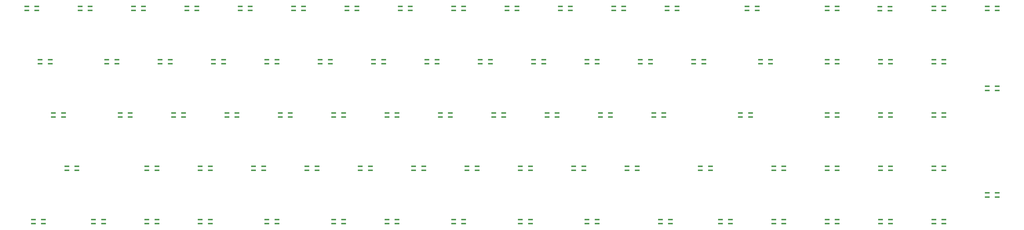
<source format=gtp>
G04*
G04 #@! TF.GenerationSoftware,Altium Limited,Altium Designer,19.1.5 (86)*
G04*
G04 Layer_Color=8421504*
%FSLAX25Y25*%
%MOIN*%
G70*
G01*
G75*
%ADD12R,0.06687X0.02356*%
D12*
X1032228Y65888D02*
D03*
Y71793D02*
D03*
X1018055D02*
D03*
Y65888D02*
D03*
X844728D02*
D03*
Y71793D02*
D03*
X830555D02*
D03*
Y65888D02*
D03*
X1182228Y365888D02*
D03*
Y371793D02*
D03*
X1168055D02*
D03*
Y365888D02*
D03*
X57228D02*
D03*
Y371793D02*
D03*
X43055D02*
D03*
Y365888D02*
D03*
X1407228Y103388D02*
D03*
Y109293D02*
D03*
X1393055D02*
D03*
Y103388D02*
D03*
X1332228Y65888D02*
D03*
Y71793D02*
D03*
X1318055D02*
D03*
Y65888D02*
D03*
X1257228D02*
D03*
Y71793D02*
D03*
X1243055D02*
D03*
Y65888D02*
D03*
X1332228Y140888D02*
D03*
Y146793D02*
D03*
X1318055D02*
D03*
Y140888D02*
D03*
X1257228D02*
D03*
Y146793D02*
D03*
X1243055D02*
D03*
Y140888D02*
D03*
X1182228D02*
D03*
Y146793D02*
D03*
X1168055D02*
D03*
Y140888D02*
D03*
X1407228Y253388D02*
D03*
Y259293D02*
D03*
X1393055D02*
D03*
Y253388D02*
D03*
X1332228Y215888D02*
D03*
Y221793D02*
D03*
X1318055D02*
D03*
Y215888D02*
D03*
X1257228D02*
D03*
Y221793D02*
D03*
X1243055D02*
D03*
Y215888D02*
D03*
X1182228D02*
D03*
Y221793D02*
D03*
X1168055D02*
D03*
Y215888D02*
D03*
X1332228Y290888D02*
D03*
Y296793D02*
D03*
X1318055D02*
D03*
Y290888D02*
D03*
X1257228D02*
D03*
Y296793D02*
D03*
X1243055D02*
D03*
Y290888D02*
D03*
X1182228D02*
D03*
Y296793D02*
D03*
X1168055D02*
D03*
Y290888D02*
D03*
X1107228Y140888D02*
D03*
Y146793D02*
D03*
X1093055D02*
D03*
Y140888D02*
D03*
X1182228Y65888D02*
D03*
Y71793D02*
D03*
X1168055D02*
D03*
Y65888D02*
D03*
X1107228D02*
D03*
Y71793D02*
D03*
X1093055D02*
D03*
Y65888D02*
D03*
X947853D02*
D03*
Y71793D02*
D03*
X933680D02*
D03*
Y65888D02*
D03*
X750978D02*
D03*
Y71793D02*
D03*
X736805D02*
D03*
Y65888D02*
D03*
X657228D02*
D03*
Y71793D02*
D03*
X643055D02*
D03*
Y65888D02*
D03*
X563478D02*
D03*
Y71793D02*
D03*
X549305D02*
D03*
Y65888D02*
D03*
X488478D02*
D03*
Y71793D02*
D03*
X474305D02*
D03*
Y65888D02*
D03*
X394728D02*
D03*
Y71793D02*
D03*
X380555D02*
D03*
Y65888D02*
D03*
X300978D02*
D03*
Y71793D02*
D03*
X286805D02*
D03*
Y65888D02*
D03*
X225978D02*
D03*
Y71793D02*
D03*
X211805D02*
D03*
Y65888D02*
D03*
X150978D02*
D03*
Y71793D02*
D03*
X136805D02*
D03*
Y65888D02*
D03*
X66603D02*
D03*
Y71793D02*
D03*
X52430D02*
D03*
Y65888D02*
D03*
X1004103Y140888D02*
D03*
Y146793D02*
D03*
X989930D02*
D03*
Y140888D02*
D03*
X900978D02*
D03*
Y146793D02*
D03*
X886805D02*
D03*
Y140888D02*
D03*
X825978D02*
D03*
Y146793D02*
D03*
X811805D02*
D03*
Y140888D02*
D03*
X750978D02*
D03*
Y146793D02*
D03*
X736805D02*
D03*
Y140888D02*
D03*
X675978D02*
D03*
Y146793D02*
D03*
X661805D02*
D03*
Y140888D02*
D03*
X600978D02*
D03*
Y146793D02*
D03*
X586805D02*
D03*
Y140888D02*
D03*
X525978D02*
D03*
Y146793D02*
D03*
X511805D02*
D03*
Y140888D02*
D03*
X450978D02*
D03*
Y146793D02*
D03*
X436805D02*
D03*
Y140888D02*
D03*
X375978D02*
D03*
Y146793D02*
D03*
X361805D02*
D03*
Y140888D02*
D03*
X300978D02*
D03*
Y146793D02*
D03*
X286805D02*
D03*
Y140888D02*
D03*
X225978D02*
D03*
Y146793D02*
D03*
X211805D02*
D03*
Y140888D02*
D03*
X113478D02*
D03*
Y146793D02*
D03*
X99305D02*
D03*
Y140888D02*
D03*
X1060353Y215888D02*
D03*
Y221793D02*
D03*
X1046180D02*
D03*
Y215888D02*
D03*
X938478D02*
D03*
Y221793D02*
D03*
X924305D02*
D03*
Y215888D02*
D03*
X863478D02*
D03*
Y221793D02*
D03*
X849305D02*
D03*
Y215888D02*
D03*
X788478D02*
D03*
Y221793D02*
D03*
X774305D02*
D03*
Y215888D02*
D03*
X713478D02*
D03*
Y221793D02*
D03*
X699305D02*
D03*
Y215888D02*
D03*
X638478D02*
D03*
Y221793D02*
D03*
X624305D02*
D03*
Y215888D02*
D03*
X563478D02*
D03*
Y221793D02*
D03*
X549305D02*
D03*
Y215888D02*
D03*
X488478D02*
D03*
Y221793D02*
D03*
X474305D02*
D03*
Y215888D02*
D03*
X413478D02*
D03*
Y221793D02*
D03*
X399305D02*
D03*
Y215888D02*
D03*
X338478D02*
D03*
Y221793D02*
D03*
X324305D02*
D03*
Y215888D02*
D03*
X263478D02*
D03*
Y221793D02*
D03*
X249305D02*
D03*
Y215888D02*
D03*
X188478D02*
D03*
Y221793D02*
D03*
X174305D02*
D03*
Y215888D02*
D03*
X94728D02*
D03*
Y221793D02*
D03*
X80555D02*
D03*
Y215888D02*
D03*
X1088478Y290888D02*
D03*
Y296793D02*
D03*
X1074305D02*
D03*
Y290888D02*
D03*
X994728D02*
D03*
Y296793D02*
D03*
X980555D02*
D03*
Y290888D02*
D03*
X919728D02*
D03*
Y296793D02*
D03*
X905555D02*
D03*
Y290888D02*
D03*
X844728D02*
D03*
Y296793D02*
D03*
X830555D02*
D03*
Y290888D02*
D03*
X769728D02*
D03*
Y296793D02*
D03*
X755555D02*
D03*
Y290888D02*
D03*
X694728D02*
D03*
Y296793D02*
D03*
X680555D02*
D03*
Y290888D02*
D03*
X619728D02*
D03*
Y296793D02*
D03*
X605555D02*
D03*
Y290888D02*
D03*
X544728D02*
D03*
Y296793D02*
D03*
X530555D02*
D03*
Y290888D02*
D03*
X469728D02*
D03*
Y296793D02*
D03*
X455555D02*
D03*
Y290888D02*
D03*
X394728D02*
D03*
Y296793D02*
D03*
X380555D02*
D03*
Y290888D02*
D03*
X319728D02*
D03*
Y296793D02*
D03*
X305555D02*
D03*
Y290888D02*
D03*
X244728D02*
D03*
Y296793D02*
D03*
X230555D02*
D03*
Y290888D02*
D03*
X169728D02*
D03*
Y296793D02*
D03*
X155555D02*
D03*
Y290888D02*
D03*
X75978D02*
D03*
Y296793D02*
D03*
X61805D02*
D03*
Y290888D02*
D03*
X1407228Y365888D02*
D03*
Y371793D02*
D03*
X1393055D02*
D03*
Y365888D02*
D03*
X1332228D02*
D03*
Y371793D02*
D03*
X1318055D02*
D03*
Y365888D02*
D03*
X1256407Y365506D02*
D03*
Y371412D02*
D03*
X1242234D02*
D03*
Y365506D02*
D03*
X1069728Y365888D02*
D03*
Y371793D02*
D03*
X1055555D02*
D03*
Y365888D02*
D03*
X957228D02*
D03*
Y371793D02*
D03*
X943055D02*
D03*
Y365888D02*
D03*
X882228D02*
D03*
Y371793D02*
D03*
X868055D02*
D03*
Y365888D02*
D03*
X807228D02*
D03*
Y371793D02*
D03*
X793055D02*
D03*
Y365888D02*
D03*
X732228D02*
D03*
Y371793D02*
D03*
X718055D02*
D03*
Y365888D02*
D03*
X657228D02*
D03*
Y371793D02*
D03*
X643055D02*
D03*
Y365888D02*
D03*
X582228D02*
D03*
Y371793D02*
D03*
X568055D02*
D03*
Y365888D02*
D03*
X507228D02*
D03*
Y371793D02*
D03*
X493055D02*
D03*
Y365888D02*
D03*
X432228D02*
D03*
Y371793D02*
D03*
X418055D02*
D03*
Y365888D02*
D03*
X357228D02*
D03*
Y371793D02*
D03*
X343055D02*
D03*
Y365888D02*
D03*
X282228D02*
D03*
Y371793D02*
D03*
X268055D02*
D03*
Y365888D02*
D03*
X207228D02*
D03*
Y371793D02*
D03*
X193055D02*
D03*
Y365888D02*
D03*
X132228D02*
D03*
Y371793D02*
D03*
X118055D02*
D03*
Y365888D02*
D03*
M02*

</source>
